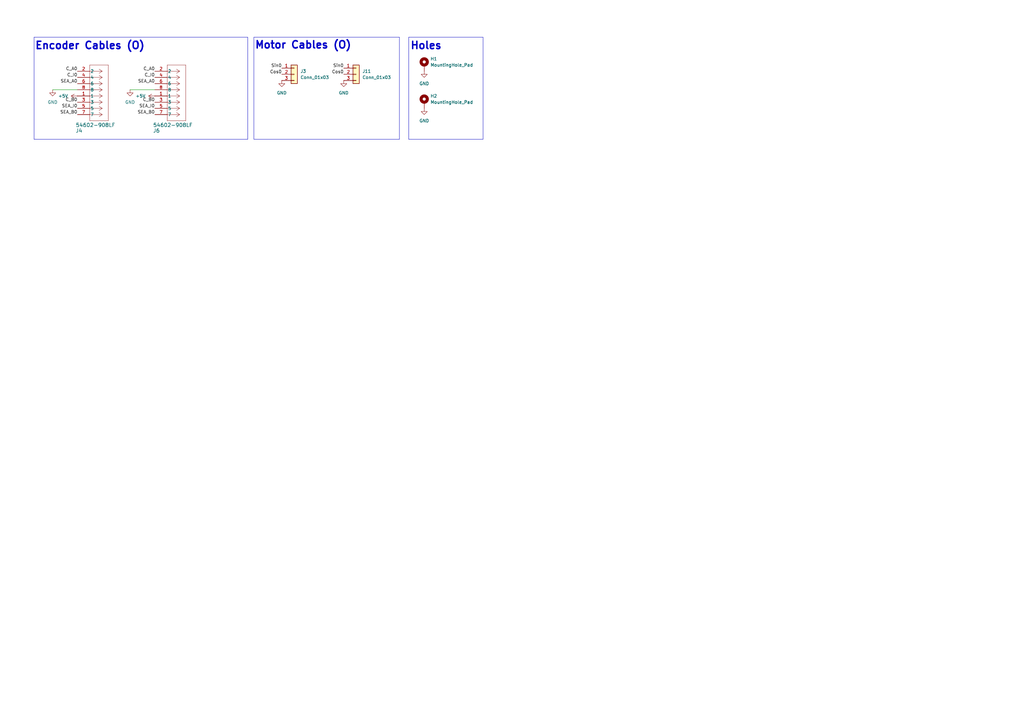
<source format=kicad_sch>
(kicad_sch (version 20250114) (generator "eeschema") (generator_version "9.0")
  (paper "A3")
  (lib_symbols
    (symbol "Connector_Generic:Conn_01x03" (pin_names (offset 1.016) (hide yes))
      (property "Reference" "J" (at 0 5.08 0))
      (property "Value" "Conn_01x03" (at 0 -5.08 0))
      (symbol "Conn_01x03_1_1"
        (rectangle (start -1.27 3.81) (end 1.27 -3.81) (stroke (width 0.254)) (fill (type background)))
        (rectangle (start -1.27 2.667) (end 0 2.413) (stroke (width 0.1524)))
        (rectangle (start -1.27 0.127) (end 0 -0.127) (stroke (width 0.1524)))
        (rectangle (start -1.27 -2.413) (end 0 -2.667) (stroke (width 0.1524)))
        (pin passive line (at -5.08 2.54 0) (length 3.81) (name "Pin_1") (number "1"))
        (pin passive line (at -5.08 0 0) (length 3.81) (name "Pin_2") (number "2"))
        (pin passive line (at -5.08 -2.54 0) (length 3.81) (name "Pin_3") (number "3"))
      )
    )
    (symbol "Mechanical:MountingHole_Pad" (pin_numbers (hide yes)) (pin_names (offset 1.016) (hide yes)) (exclude_from_sim yes) (in_bom no)
      (property "Reference" "H" (at 0 6.35 0))
      (property "Value" "MountingHole_Pad" (at 0 4.445 0))
      (symbol "MountingHole_Pad_0_1"
        (circle (center 0 1.27) (radius 1.27) (stroke (width 1.27)))
      )
      (symbol "MountingHole_Pad_1_1"
        (pin input line (at 0 -2.54 90) (length 2.54) (name "1") (number "1"))
      )
    )
    (symbol "ethernet_54602-908LF:54602-908LF" (pin_names (offset 0.254))
      (property "Reference" "J" (at 8.89 6.35 0))
      (property "Value" "54602-908LF" (at 0 0 0))
      (symbol "54602-908LF_0_1"
        (polyline (pts (xy 5.08 2.54) (xy 5.08 -20.32)) (stroke (width 0.127)))
        (polyline (pts (xy 5.08 -20.32) (xy 12.7 -20.32)) (stroke (width 0.127)))
        (polyline (pts (xy 10.16 0) (xy 5.08 0)) (stroke (width 0.127)))
        (polyline (pts (xy 10.16 0) (xy 8.89 0.8467)) (stroke (width 0.127)))
        (polyline (pts (xy 10.16 0) (xy 8.89 -0.8467)) (stroke (width 0.127)))
        (polyline (pts (xy 10.16 -2.54) (xy 5.08 -2.54)) (stroke (width 0.127)))
        (polyline (pts (xy 10.16 -2.54) (xy 8.89 -1.6933)) (stroke (width 0.127)))
        (polyline (pts (xy 10.16 -2.54) (xy 8.89 -3.3867)) (stroke (width 0.127)))
        (polyline (pts (xy 10.16 -5.08) (xy 5.08 -5.08)) (stroke (width 0.127)))
        (polyline (pts (xy 10.16 -5.08) (xy 8.89 -4.2333)) (stroke (width 0.127)))
        (polyline (pts (xy 10.16 -5.08) (xy 8.89 -5.9267)) (stroke (width 0.127)))
        (polyline (pts (xy 10.16 -7.62) (xy 5.08 -7.62)) (stroke (width 0.127)))
        (polyline (pts (xy 10.16 -7.62) (xy 8.89 -6.7733)) (stroke (width 0.127)))
        (polyline (pts (xy 10.16 -7.62) (xy 8.89 -8.4667)) (stroke (width 0.127)))
        (polyline (pts (xy 10.16 -10.16) (xy 5.08 -10.16)) (stroke (width 0.127)))
        (polyline (pts (xy 10.16 -10.16) (xy 8.89 -9.3133)) (stroke (width 0.127)))
        (polyline (pts (xy 10.16 -10.16) (xy 8.89 -11.0067)) (stroke (width 0.127)))
        (polyline (pts (xy 10.16 -12.7) (xy 5.08 -12.7)) (stroke (width 0.127)))
        (polyline (pts (xy 10.16 -12.7) (xy 8.89 -11.8533)) (stroke (width 0.127)))
        (polyline (pts (xy 10.16 -12.7) (xy 8.89 -13.5467)) (stroke (width 0.127)))
        (polyline (pts (xy 10.16 -15.24) (xy 5.08 -15.24)) (stroke (width 0.127)))
        (polyline (pts (xy 10.16 -15.24) (xy 8.89 -14.3933)) (stroke (width 0.127)))
        (polyline (pts (xy 10.16 -15.24) (xy 8.89 -16.0867)) (stroke (width 0.127)))
        (polyline (pts (xy 10.16 -17.78) (xy 5.08 -17.78)) (stroke (width 0.127)))
        (polyline (pts (xy 10.16 -17.78) (xy 8.89 -16.9333)) (stroke (width 0.127)))
        (polyline (pts (xy 10.16 -17.78) (xy 8.89 -18.6267)) (stroke (width 0.127)))
        (polyline (pts (xy 12.7 2.54) (xy 5.08 2.54)) (stroke (width 0.127)))
        (polyline (pts (xy 12.7 -20.32) (xy 12.7 2.54)) (stroke (width 0.127)))
        (pin unspecified line (at 0 0 0) (length 5.08) (name "2") (number "2"))
        (pin unspecified line (at 0 -2.54 0) (length 5.08) (name "4") (number "4"))
        (pin unspecified line (at 0 -5.08 0) (length 5.08) (name "6") (number "6"))
        (pin unspecified line (at 0 -7.62 0) (length 5.08) (name "8") (number "8"))
        (pin unspecified line (at 0 -10.16 0) (length 5.08) (name "1") (number "1"))
        (pin unspecified line (at 0 -12.7 0) (length 5.08) (name "3") (number "3"))
        (pin unspecified line (at 0 -15.24 0) (length 5.08) (name "5") (number "5"))
        (pin unspecified line (at 0 -17.78 0) (length 5.08) (name "7") (number "7"))
      )
    )
    (symbol "power:+5V" (power) (pin_numbers (hide yes)) (pin_names (offset 0) (hide yes))
      (property "Value" "+5V" (at 0 3.556 0))
      (symbol "+5V_0_1"
        (polyline (pts (xy -0.762 1.27) (xy 0 2.54)))
        (polyline (pts (xy 0 2.54) (xy 0.762 1.27)))
        (polyline (pts (xy 0 0) (xy 0 2.54)))
      )
      (symbol "+5V_1_1"
        (pin power_in line (at 0 0 90) (length 0) (name "~") (number "1"))
      )
    )
    (symbol "power:GND" (power) (pin_numbers (hide yes)) (pin_names (offset 0) (hide yes))
      (property "Value" "GND" (at 0 -3.81 0))
      (symbol "GND_0_1"
        (polyline (pts (xy 0 0) (xy 0 -1.27) (xy 1.27 -1.27) (xy 0 -2.54) (xy -1.27 -1.27) (xy 0 -1.27)))
      )
      (symbol "GND_1_1"
        (pin power_in line (at 0 0 270) (length 0) (name "~") (number "1"))
      )
    )
  )
  (rectangle (start 13.97 15.24) (end 101.6 57.15))
  (rectangle (start 104.14 15.24) (end 163.83 57.15))
  (rectangle (start 167.64 15.24) (end 198.12 57.15))
  (text "Holes" (at 168.148 20.574 0) (effects (font (size 3 3) (thickness 0.6) (bold yes)) (justify left bottom)))
  (text "Motor Cables (O)\n" (at 104.394 20.32 0) (effects (font (size 3 3) (thickness 0.6) (bold yes)) (justify left bottom)))
  (text "Encoder Cables (O)\n" (at 14.224 20.574 0) (effects (font (size 3 3) (thickness 0.6) (bold yes)) (justify left bottom)))
  (wire (pts (xy 53.34 36.83) (xy 63.5 36.83)))
  (wire (pts (xy 21.59 36.83) (xy 31.75 36.83)))
  (label "C_A0" (at 63.5 29.21 180))
  (label "Cos0" (at 115.57 30.48 180))
  (label "SEA_I0" (at 31.75 44.45 180))
  (label "Sin0" (at 115.57 27.94 180))
  (label "C_B0" (at 63.5 41.91 180))
  (label "SEA_A0" (at 63.5 34.29 180))
  (label "SEA_I0" (at 63.5 44.45 180))
  (label "SEA_B0" (at 31.75 46.99 180))
  (label "C_A0" (at 31.75 29.21 180))
  (label "SEA_B0" (at 63.5 46.99 180))
  (label "Cos0" (at 140.97 30.48 180))
  (label "C_B0" (at 31.75 41.91 180))
  (label "C_I0" (at 63.5 31.75 180))
  (label "Sin0" (at 140.97 27.94 180))
  (label "SEA_A0" (at 31.75 34.29 180))
  (label "C_I0" (at 31.75 31.75 180))
  (symbol (lib_id "power:GND") (at 173.99 29.21 0) (unit 1)
    (property "Reference" "#PWR027" (effects (hide yes)))
    (property "Value" "GND" (at 173.99 34.29 0))
    (property "Description" "Power symbol creates a global label with name \"GND\" , ground" (effects (hide yes)))
  )
  (symbol (lib_id "power:GND") (at 53.34 36.83 0) (unit 1)
    (property "Reference" "#PWR09" (effects (hide yes)))
    (property "Value" "GND" (at 53.34 41.91 0))
    (property "Description" "Power symbol creates a global label with name \"GND\" , ground" (effects (hide yes)))
  )
  (symbol (lib_id "power:+5V") (at 63.5 39.37 90) (unit 1)
    (property "Reference" "#PWR05" (effects (hide yes)))
    (property "Value" "+5V" (at 59.69 39.3699 90) (effects (justify left)))
    (property "Description" "Power symbol creates a global label with name \"+5V\"" (effects (hide yes)))
  )
  (symbol (lib_id "power:+5V") (at 31.75 39.37 90) (unit 1)
    (property "Reference" "#PWR04" (effects (hide yes)))
    (property "Value" "+5V" (at 27.94 39.3699 90) (effects (justify left)))
    (property "Description" "Power symbol creates a global label with name \"+5V\"" (effects (hide yes)))
  )
  (symbol (lib_id "Connector_Generic:Conn_01x03") (at 120.65 30.48 0) (unit 1)
    (property "Reference" "J3" (at 123.19 29.2099 0) (effects (justify left)))
    (property "Value" "Conn_01x03" (at 123.19 31.7499 0) (effects (justify left)))
    (property "Footprint" "Connector_Molex:Molex_KK-396_A-41792-0003_1x03_P3.96mm_Horizontal" (effects (hide yes)))
    (property "Description" "Generic connector, single row, 01x03, script generated (kicad-library-utils/schlib/autogen/connector/)" (effects (hide yes)))
  )
  (symbol (lib_id "ethernet_54602-908LF:54602-908LF") (at 63.5 29.21 0) (unit 1)
    (property "Reference" "J6" (at 62.738 53.594 0) (effects (font (size 1.524 1.524)) (justify left)))
    (property "Value" "54602-908LF" (at 62.738 51.308 0) (effects (font (size 1.524 1.524)) (justify left)))
    (property "Footprint" "ethernet_54602-908LF:ethernet_54602-908LF" (effects (hide yes)))
    (property "Datasheet" "54602-908LF" (effects (hide yes)))
  )
  (symbol (lib_id "ethernet_54602-908LF:54602-908LF") (at 31.75 29.21 0) (unit 1)
    (property "Reference" "J4" (at 30.988 53.594 0) (effects (font (size 1.524 1.524)) (justify left)))
    (property "Value" "54602-908LF" (at 30.988 51.308 0) (effects (font (size 1.524 1.524)) (justify left)))
    (property "Footprint" "ethernet_54602-908LF:ethernet_54602-908LF" (effects (hide yes)))
    (property "Datasheet" "54602-908LF" (effects (hide yes)))
  )
  (symbol (lib_id "Mechanical:MountingHole_Pad") (at 173.99 41.91 0) (unit 1) (exclude_from_sim yes) (in_bom no)
    (property "Reference" "H2" (at 176.53 39.3699 0) (effects (justify left)))
    (property "Value" "MountingHole_Pad" (at 176.53 41.9099 0) (effects (justify left)))
    (property "Footprint" "MountingHole:MountingHole_3.2mm_M3_Pad_TopBottom" (effects (hide yes)))
    (property "Description" "Mounting Hole with connection" (effects (hide yes)))
  )
  (symbol (lib_id "power:GND") (at 173.99 44.45 0) (unit 1)
    (property "Reference" "#PWR032" (effects (hide yes)))
    (property "Value" "GND" (at 173.99 49.53 0))
    (property "Description" "Power symbol creates a global label with name \"GND\" , ground" (effects (hide yes)))
  )
  (symbol (lib_id "Mechanical:MountingHole_Pad") (at 173.99 26.67 0) (unit 1) (exclude_from_sim yes) (in_bom no)
    (property "Reference" "H1" (at 176.53 24.1299 0) (effects (justify left)))
    (property "Value" "MountingHole_Pad" (at 176.53 26.6699 0) (effects (justify left)))
    (property "Footprint" "MountingHole:MountingHole_3.2mm_M3_Pad_TopBottom" (effects (hide yes)))
    (property "Description" "Mounting Hole with connection" (effects (hide yes)))
  )
  (symbol (lib_id "power:GND") (at 140.97 33.02 0) (unit 1)
    (property "Reference" "#PWR033" (effects (hide yes)))
    (property "Value" "GND" (at 140.97 38.1 0))
    (property "Description" "Power symbol creates a global label with name \"GND\" , ground" (effects (hide yes)))
  )
  (symbol (lib_id "Connector_Generic:Conn_01x03") (at 146.05 30.48 0) (unit 1)
    (property "Reference" "J11" (at 148.59 29.2099 0) (effects (justify left)))
    (property "Value" "Conn_01x03" (at 148.59 31.7499 0) (effects (justify left)))
    (property "Footprint" "Connector_Molex:Molex_KK-396_A-41792-0003_1x03_P3.96mm_Horizontal" (effects (hide yes)))
    (property "Description" "Generic connector, single row, 01x03, script generated (kicad-library-utils/schlib/autogen/connector/)" (effects (hide yes)))
  )
  (symbol (lib_id "power:GND") (at 21.59 36.83 0) (unit 1)
    (property "Reference" "#PWR08" (effects (hide yes)))
    (property "Value" "GND" (at 21.59 41.91 0))
    (property "Description" "Power symbol creates a global label with name \"GND\" , ground" (effects (hide yes)))
  )
  (symbol (lib_id "power:GND") (at 115.57 33.02 0) (unit 1)
    (property "Reference" "#PWR015" (effects (hide yes)))
    (property "Value" "GND" (at 115.57 38.1 0))
    (property "Description" "Power symbol creates a global label with name \"GND\" , ground" (effects (hide yes)))
  )
)
</source>
